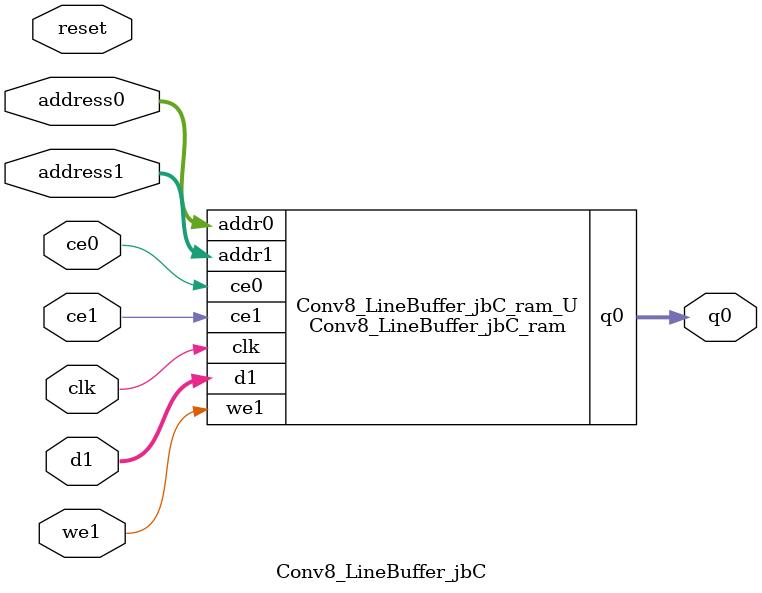
<source format=v>

`timescale 1 ns / 1 ps
module Conv8_LineBuffer_jbC_ram (addr0, ce0, q0, addr1, ce1, d1, we1,  clk);

parameter DWIDTH = 24;
parameter AWIDTH = 5;
parameter MEM_SIZE = 28;

input[AWIDTH-1:0] addr0;
input ce0;
output reg[DWIDTH-1:0] q0;
input[AWIDTH-1:0] addr1;
input ce1;
input[DWIDTH-1:0] d1;
input we1;
input clk;

(* ram_style = "distributed" *)reg [DWIDTH-1:0] ram[0:MEM_SIZE-1];




always @(posedge clk)  
begin 
    if (ce0) 
    begin
            q0 <= ram[addr0];
    end
end


always @(posedge clk)  
begin 
    if (ce1) 
    begin
        if (we1) 
        begin 
            ram[addr1] <= d1; 
        end 
    end
end


endmodule


`timescale 1 ns / 1 ps
module Conv8_LineBuffer_jbC(
    reset,
    clk,
    address0,
    ce0,
    q0,
    address1,
    ce1,
    we1,
    d1);

parameter DataWidth = 32'd24;
parameter AddressRange = 32'd28;
parameter AddressWidth = 32'd5;
input reset;
input clk;
input[AddressWidth - 1:0] address0;
input ce0;
output[DataWidth - 1:0] q0;
input[AddressWidth - 1:0] address1;
input ce1;
input we1;
input[DataWidth - 1:0] d1;



Conv8_LineBuffer_jbC_ram Conv8_LineBuffer_jbC_ram_U(
    .clk( clk ),
    .addr0( address0 ),
    .ce0( ce0 ),
    .q0( q0 ),
    .addr1( address1 ),
    .ce1( ce1 ),
    .we1( we1 ),
    .d1( d1 ));

endmodule


</source>
